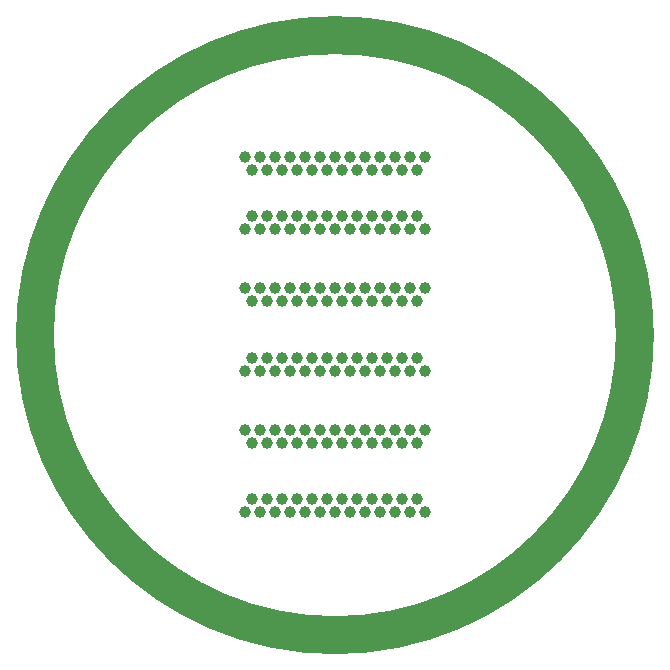
<source format=gbr>
%TF.GenerationSoftware,KiCad,Pcbnew,(5.1.9)-1*%
%TF.CreationDate,2021-07-01T13:43:52-06:00*%
%TF.ProjectId,Sub-D Micro-D 25 Pin Vacuum FeedThru,5375622d-4420-44d6-9963-726f2d442032,rev?*%
%TF.SameCoordinates,Original*%
%TF.FileFunction,Soldermask,Bot*%
%TF.FilePolarity,Negative*%
%FSLAX46Y46*%
G04 Gerber Fmt 4.6, Leading zero omitted, Abs format (unit mm)*
G04 Created by KiCad (PCBNEW (5.1.9)-1) date 2021-07-01 13:43:52*
%MOMM*%
%LPD*%
G01*
G04 APERTURE LIST*
%ADD10C,3.200000*%
%ADD11C,1.000000*%
G04 APERTURE END LIST*
D10*
X25400000Y0D02*
G75*
G03*
X25400000Y0I-25400000J0D01*
G01*
D11*
%TO.C,J1*%
X6990000Y14000000D03*
X5720000Y14000000D03*
X4450000Y14000000D03*
X3180000Y14000000D03*
X1910000Y14000000D03*
X640000Y14000000D03*
X-630000Y14000000D03*
X-1900000Y14000000D03*
X-3170000Y14000000D03*
X-4440000Y14000000D03*
X-5710000Y14000000D03*
X7620000Y15100000D03*
X6350000Y15100000D03*
X5080000Y15100000D03*
X3810000Y15100000D03*
X2540000Y15100000D03*
X1270000Y15100000D03*
X0Y15100000D03*
X-1270000Y15100000D03*
X-2540000Y15100000D03*
X-3810000Y15100000D03*
X-5080000Y15100000D03*
X-6350000Y15100000D03*
X-6980000Y14000000D03*
X-7620000Y15100000D03*
%TD*%
%TO.C,J2*%
X-7620000Y9000000D03*
X-6980000Y10100000D03*
X-6350000Y9000000D03*
X-5080000Y9000000D03*
X-3810000Y9000000D03*
X-2540000Y9000000D03*
X-1270000Y9000000D03*
X0Y9000000D03*
X1270000Y9000000D03*
X2540000Y9000000D03*
X3810000Y9000000D03*
X5080000Y9000000D03*
X6350000Y9000000D03*
X7620000Y9000000D03*
X-5710000Y10100000D03*
X-4440000Y10100000D03*
X-3170000Y10100000D03*
X-1900000Y10100000D03*
X-630000Y10100000D03*
X640000Y10100000D03*
X1910000Y10100000D03*
X3180000Y10100000D03*
X4450000Y10100000D03*
X5720000Y10100000D03*
X6990000Y10100000D03*
%TD*%
%TO.C,J3*%
X6990000Y2900000D03*
X5720000Y2900000D03*
X4450000Y2900000D03*
X3180000Y2900000D03*
X1910000Y2900000D03*
X640000Y2900000D03*
X-630000Y2900000D03*
X-1900000Y2900000D03*
X-3170000Y2900000D03*
X-4440000Y2900000D03*
X-5710000Y2900000D03*
X7620000Y4000000D03*
X6350000Y4000000D03*
X5080000Y4000000D03*
X3810000Y4000000D03*
X2540000Y4000000D03*
X1270000Y4000000D03*
X0Y4000000D03*
X-1270000Y4000000D03*
X-2540000Y4000000D03*
X-3810000Y4000000D03*
X-5080000Y4000000D03*
X-6350000Y4000000D03*
X-6980000Y2900000D03*
X-7620000Y4000000D03*
%TD*%
%TO.C,J4*%
X-7620000Y-3000000D03*
X-6980000Y-1900000D03*
X-6350000Y-3000000D03*
X-5080000Y-3000000D03*
X-3810000Y-3000000D03*
X-2540000Y-3000000D03*
X-1270000Y-3000000D03*
X0Y-3000000D03*
X1270000Y-3000000D03*
X2540000Y-3000000D03*
X3810000Y-3000000D03*
X5080000Y-3000000D03*
X6350000Y-3000000D03*
X7620000Y-3000000D03*
X-5710000Y-1900000D03*
X-4440000Y-1900000D03*
X-3170000Y-1900000D03*
X-1900000Y-1900000D03*
X-630000Y-1900000D03*
X640000Y-1900000D03*
X1910000Y-1900000D03*
X3180000Y-1900000D03*
X4450000Y-1900000D03*
X5720000Y-1900000D03*
X6990000Y-1900000D03*
%TD*%
%TO.C,J5*%
X6990000Y-9100000D03*
X5720000Y-9100000D03*
X4450000Y-9100000D03*
X3180000Y-9100000D03*
X1910000Y-9100000D03*
X640000Y-9100000D03*
X-630000Y-9100000D03*
X-1900000Y-9100000D03*
X-3170000Y-9100000D03*
X-4440000Y-9100000D03*
X-5710000Y-9100000D03*
X7620000Y-8000000D03*
X6350000Y-8000000D03*
X5080000Y-8000000D03*
X3810000Y-8000000D03*
X2540000Y-8000000D03*
X1270000Y-8000000D03*
X0Y-8000000D03*
X-1270000Y-8000000D03*
X-2540000Y-8000000D03*
X-3810000Y-8000000D03*
X-5080000Y-8000000D03*
X-6350000Y-8000000D03*
X-6980000Y-9100000D03*
X-7620000Y-8000000D03*
%TD*%
%TO.C,J6*%
X-7620000Y-15000000D03*
X-6980000Y-13900000D03*
X-6350000Y-15000000D03*
X-5080000Y-15000000D03*
X-3810000Y-15000000D03*
X-2540000Y-15000000D03*
X-1270000Y-15000000D03*
X0Y-15000000D03*
X1270000Y-15000000D03*
X2540000Y-15000000D03*
X3810000Y-15000000D03*
X5080000Y-15000000D03*
X6350000Y-15000000D03*
X7620000Y-15000000D03*
X-5710000Y-13900000D03*
X-4440000Y-13900000D03*
X-3170000Y-13900000D03*
X-1900000Y-13900000D03*
X-630000Y-13900000D03*
X640000Y-13900000D03*
X1910000Y-13900000D03*
X3180000Y-13900000D03*
X4450000Y-13900000D03*
X5720000Y-13900000D03*
X6990000Y-13900000D03*
%TD*%
M02*

</source>
